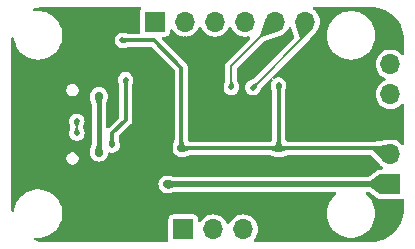
<source format=gbl>
%TF.GenerationSoftware,KiCad,Pcbnew,8.0.6*%
%TF.CreationDate,2024-11-25T12:43:08+08:00*%
%TF.ProjectId,UINIO-USB-UART-CP2102,55494e49-4f2d-4555-9342-2d554152542d,Version 5.0.0*%
%TF.SameCoordinates,PX8203930PY518daf8*%
%TF.FileFunction,Copper,L2,Bot*%
%TF.FilePolarity,Positive*%
%FSLAX46Y46*%
G04 Gerber Fmt 4.6, Leading zero omitted, Abs format (unit mm)*
G04 Created by KiCad (PCBNEW 8.0.6) date 2024-11-25 12:43:08*
%MOMM*%
%LPD*%
G01*
G04 APERTURE LIST*
%TA.AperFunction,ComponentPad*%
%ADD10O,1.900000X1.000000*%
%TD*%
%TA.AperFunction,ComponentPad*%
%ADD11O,2.100000X1.000000*%
%TD*%
%TA.AperFunction,ComponentPad*%
%ADD12O,1.700000X1.700000*%
%TD*%
%TA.AperFunction,ComponentPad*%
%ADD13R,1.700000X1.700000*%
%TD*%
%TA.AperFunction,ViaPad*%
%ADD14C,0.500000*%
%TD*%
%TA.AperFunction,ViaPad*%
%ADD15C,0.700000*%
%TD*%
%TA.AperFunction,Conductor*%
%ADD16C,0.500000*%
%TD*%
%TA.AperFunction,Conductor*%
%ADD17C,0.300000*%
%TD*%
%TA.AperFunction,Conductor*%
%ADD18C,0.400000*%
%TD*%
%TA.AperFunction,Conductor*%
%ADD19C,0.200000*%
%TD*%
G04 APERTURE END LIST*
D10*
%TO.P,USB2,16,GND*%
%TO.N,GND*%
X-1500000Y-14475000D03*
%TO.P,USB2,15,GND*%
X-1500000Y-5825000D03*
D11*
%TO.P,USB2,14,GND*%
X2700000Y-14475000D03*
%TO.P,USB2,13,GND*%
X2700000Y-5825000D03*
%TD*%
D12*
%TO.P,J2,5,Pin_5*%
%TO.N,/CP2102_TXD*%
X29128680Y-5065000D03*
%TO.P,J2,4,Pin_4*%
%TO.N,/CP2102_RXD*%
X29128680Y-7605000D03*
%TO.P,J2,3,Pin_3*%
%TO.N,GND*%
X29128680Y-10145000D03*
%TO.P,J2,2,Pin_2*%
%TO.N,/CP2102_VDD_3.3V*%
X29128680Y-12685000D03*
D13*
%TO.P,J2,1,Pin_1*%
%TO.N,/CP2102_VDD_5V*%
X29128680Y-15225000D03*
%TD*%
%TO.P,J3,1,Pin_1*%
%TO.N,/CP2102_RI*%
X9198680Y-1470000D03*
D12*
%TO.P,J3,2,Pin_2*%
%TO.N,/CP2102_DCD*%
X11738680Y-1470000D03*
%TO.P,J3,3,Pin_3*%
%TO.N,/CP2102_DTR*%
X14278680Y-1470000D03*
%TO.P,J3,4,Pin_4*%
%TO.N,/CP2102_DSR*%
X16818680Y-1470000D03*
%TO.P,J3,5,Pin_5*%
%TO.N,/CP2102_RTS*%
X19358680Y-1470000D03*
%TO.P,J3,6,Pin_6*%
%TO.N,/CP2102_CTS*%
X21898680Y-1470000D03*
%TD*%
D13*
%TO.P,J1,1,Pin_1*%
%TO.N,/CP2102_RST*%
X11580000Y-19030000D03*
D12*
%TO.P,J1,2,Pin_2*%
%TO.N,/CP2102_\u002ASUSPEND*%
X14120000Y-19030000D03*
%TO.P,J1,3,Pin_3*%
%TO.N,/CP2102_SUSPEND*%
X16660000Y-19030000D03*
%TD*%
D14*
%TO.N,GND*%
X11740000Y-2960000D03*
X28860000Y-2350000D03*
X28860000Y-18020000D03*
D15*
%TO.N,/CP2102_VDD_5V*%
X10240707Y-15240000D03*
D14*
%TO.N,GND*%
X15153680Y-10255000D03*
X5740000Y-8940000D03*
X18423680Y-3690000D03*
X15153680Y-11220000D03*
X16163680Y-9280000D03*
X18773680Y-10130000D03*
X16163680Y-10245000D03*
X14133680Y-10235000D03*
D15*
X8643680Y-8330000D03*
D14*
X26420000Y-11350000D03*
X15153680Y-9290000D03*
X16163680Y-11210000D03*
X14133680Y-11200000D03*
X14133680Y-9270000D03*
D15*
%TO.N,/CP2102_VDD_3.3V*%
X19670000Y-12180000D03*
D14*
X6430000Y-3030000D03*
D15*
X11433680Y-12180000D03*
D14*
X19660000Y-6820000D03*
D15*
%TO.N,/VBUS*%
X4450000Y-7760000D03*
X4450000Y-12550000D03*
D14*
%TO.N,/CP2102_RTS*%
X15655680Y-7020000D03*
%TO.N,/CP2102_CTS*%
X17480000Y-7030000D03*
%TO.N,/CP2102_USB_Data_P*%
X2573680Y-9900000D03*
X2573680Y-10900000D03*
%TO.N,Net-(USB2-CC2)*%
X6700000Y-6370000D03*
X5570000Y-11900000D03*
%TO.N,GND*%
X26420000Y-8910000D03*
%TD*%
D16*
%TO.N,/CP2102_VDD_5V*%
X10255707Y-15225000D02*
X29128680Y-15225000D01*
X10240707Y-15240000D02*
X10255707Y-15225000D01*
D17*
%TO.N,/CP2102_VDD_3.3V*%
X11433680Y-5353680D02*
X11433680Y-12180000D01*
X9110000Y-3030000D02*
X11433680Y-5353680D01*
X6430000Y-3030000D02*
X9110000Y-3030000D01*
X28623680Y-12180000D02*
X19670000Y-12180000D01*
X29128680Y-12685000D02*
X28623680Y-12180000D01*
X19670000Y-6830000D02*
X19660000Y-6820000D01*
X19670000Y-12180000D02*
X19670000Y-6830000D01*
X19670000Y-12180000D02*
X11433680Y-12180000D01*
%TO.N,Net-(USB2-CC2)*%
X5570000Y-10910000D02*
X5570000Y-11910000D01*
X6700000Y-9780000D02*
X5570000Y-10910000D01*
X6700000Y-6370000D02*
X6700000Y-9780000D01*
D18*
%TO.N,/VBUS*%
X4450000Y-12550000D02*
X4450000Y-7760000D01*
D19*
%TO.N,/CP2102_CTS*%
X21898680Y-2621320D02*
X21898680Y-1470000D01*
X17480000Y-7030000D02*
X17490000Y-7030000D01*
X17490000Y-7030000D02*
X21898680Y-2621320D01*
%TO.N,/CP2102_RTS*%
X15655680Y-7020000D02*
X15655680Y-5173000D01*
X15655680Y-5173000D02*
X19358680Y-1470000D01*
%TO.N,/CP2102_USB_Data_P*%
X2573680Y-9900000D02*
X2573680Y-10900000D01*
%TD*%
%TA.AperFunction,Conductor*%
%TO.N,GND*%
G36*
X7977624Y-220185D02*
G01*
X8023379Y-272989D01*
X8033323Y-342147D01*
X8021070Y-380795D01*
X7963032Y-494698D01*
X7948180Y-588475D01*
X7948181Y-2355500D01*
X7928496Y-2422539D01*
X7875693Y-2468294D01*
X7824181Y-2479500D01*
X7007467Y-2479500D01*
X6983119Y-2477086D01*
X6614684Y-2403304D01*
X6610168Y-2402740D01*
X6610184Y-2402609D01*
X6591670Y-2399879D01*
X6508986Y-2379500D01*
X6508985Y-2379500D01*
X6351015Y-2379500D01*
X6351014Y-2379500D01*
X6197634Y-2417303D01*
X6057762Y-2490715D01*
X5939516Y-2595471D01*
X5849781Y-2725475D01*
X5849780Y-2725476D01*
X5793762Y-2873181D01*
X5774722Y-3029999D01*
X5774722Y-3030000D01*
X5793762Y-3186818D01*
X5833505Y-3291610D01*
X5849780Y-3334523D01*
X5939517Y-3464530D01*
X6057760Y-3569283D01*
X6057762Y-3569284D01*
X6197634Y-3642696D01*
X6351014Y-3680500D01*
X6351015Y-3680500D01*
X6508987Y-3680500D01*
X6508987Y-3680499D01*
X6591619Y-3660131D01*
X6609877Y-3657540D01*
X6609846Y-3657274D01*
X6614680Y-3656695D01*
X6614685Y-3656695D01*
X6983116Y-3582913D01*
X7007464Y-3580500D01*
X8830613Y-3580500D01*
X8897652Y-3600185D01*
X8918294Y-3616819D01*
X10846861Y-5545386D01*
X10880346Y-5606709D01*
X10883180Y-5633067D01*
X10883180Y-11384409D01*
X10877744Y-11420720D01*
X10725713Y-11917139D01*
X10722370Y-11928660D01*
X10721999Y-11932006D01*
X10715801Y-11959257D01*
X10697366Y-12011944D01*
X10697365Y-12011946D01*
X10678431Y-12179997D01*
X10678431Y-12180002D01*
X10697365Y-12348056D01*
X10753225Y-12507694D01*
X10753227Y-12507697D01*
X10843198Y-12650884D01*
X10843203Y-12650890D01*
X10962789Y-12770476D01*
X10962795Y-12770481D01*
X11105982Y-12860452D01*
X11105985Y-12860454D01*
X11105989Y-12860455D01*
X11105990Y-12860456D01*
X11155242Y-12877690D01*
X11265623Y-12916314D01*
X11433677Y-12935249D01*
X11433680Y-12935249D01*
X11433683Y-12935249D01*
X11601732Y-12916314D01*
X11601735Y-12916313D01*
X11601739Y-12916313D01*
X11661874Y-12895269D01*
X11685516Y-12889526D01*
X11693059Y-12888462D01*
X11696501Y-12887977D01*
X12192955Y-12735935D01*
X12229266Y-12730500D01*
X18874414Y-12730500D01*
X18910724Y-12735935D01*
X19407178Y-12887977D01*
X19418653Y-12891307D01*
X19421995Y-12891678D01*
X19449261Y-12897879D01*
X19501944Y-12916314D01*
X19669997Y-12935249D01*
X19670000Y-12935249D01*
X19670003Y-12935249D01*
X19838052Y-12916314D01*
X19838055Y-12916313D01*
X19838059Y-12916313D01*
X19898194Y-12895269D01*
X19921836Y-12889526D01*
X19929379Y-12888462D01*
X19932821Y-12887977D01*
X20429275Y-12735935D01*
X20465586Y-12730500D01*
X27382384Y-12730500D01*
X27449423Y-12750185D01*
X27472004Y-12768801D01*
X28039857Y-13362661D01*
X28226342Y-13557687D01*
X28229476Y-13560927D01*
X28229621Y-13561075D01*
X28255922Y-13585686D01*
X28255934Y-13585696D01*
X28256337Y-13585943D01*
X28258573Y-13587707D01*
X28260901Y-13589482D01*
X28260871Y-13589520D01*
X28279140Y-13603935D01*
X28321803Y-13646598D01*
X28467943Y-13748926D01*
X28511567Y-13803502D01*
X28518761Y-13873000D01*
X28487238Y-13935355D01*
X28427008Y-13970769D01*
X28396820Y-13974500D01*
X28247160Y-13974500D01*
X28199886Y-13981987D01*
X28192385Y-13982823D01*
X28190128Y-13983149D01*
X28188325Y-13983556D01*
X28180457Y-13985064D01*
X28153378Y-13989352D01*
X28040040Y-14047102D01*
X27474250Y-14446483D01*
X27393213Y-14503687D01*
X27325047Y-14551804D01*
X27258926Y-14574383D01*
X27253538Y-14574500D01*
X11005111Y-14574500D01*
X10980496Y-14572032D01*
X10976530Y-14571228D01*
X10302873Y-14489077D01*
X10302870Y-14489076D01*
X10302856Y-14489075D01*
X10278917Y-14486873D01*
X10277830Y-14486805D01*
X10277534Y-14486787D01*
X10267236Y-14486857D01*
X10252526Y-14486081D01*
X10240713Y-14484751D01*
X10240703Y-14484751D01*
X10072650Y-14503685D01*
X9913012Y-14559545D01*
X9913009Y-14559547D01*
X9769822Y-14649518D01*
X9769816Y-14649523D01*
X9650230Y-14769109D01*
X9650225Y-14769115D01*
X9560254Y-14912302D01*
X9560252Y-14912305D01*
X9504392Y-15071943D01*
X9485458Y-15239997D01*
X9485458Y-15240002D01*
X9504392Y-15408056D01*
X9560252Y-15567694D01*
X9560254Y-15567697D01*
X9650225Y-15710884D01*
X9650230Y-15710890D01*
X9769816Y-15830476D01*
X9769822Y-15830481D01*
X9913009Y-15920452D01*
X9913012Y-15920454D01*
X9913016Y-15920455D01*
X9913017Y-15920456D01*
X9985620Y-15945860D01*
X10072650Y-15976314D01*
X10240704Y-15995249D01*
X10240706Y-15995249D01*
X10240706Y-15995248D01*
X10240707Y-15995249D01*
X10299007Y-15988679D01*
X10312053Y-15987904D01*
X10320282Y-15987852D01*
X10347168Y-15983415D01*
X10353407Y-15982550D01*
X10408766Y-15976313D01*
X10415163Y-15974074D01*
X10435922Y-15968772D01*
X10750479Y-15916874D01*
X10991231Y-15877154D01*
X11011416Y-15875500D01*
X24434559Y-15875500D01*
X24501598Y-15895185D01*
X24547353Y-15947989D01*
X24557297Y-16017147D01*
X24528272Y-16080703D01*
X24512814Y-16095688D01*
X24387154Y-16197919D01*
X24195692Y-16402925D01*
X24195692Y-16402926D01*
X24195689Y-16402928D01*
X24195688Y-16402931D01*
X24156789Y-16458038D01*
X24033919Y-16632103D01*
X23904863Y-16881171D01*
X23810926Y-17145483D01*
X23810921Y-17145500D01*
X23753852Y-17420135D01*
X23753851Y-17420137D01*
X23734709Y-17700000D01*
X23753851Y-17979862D01*
X23753852Y-17979864D01*
X23810921Y-18254499D01*
X23810926Y-18254516D01*
X23901094Y-18508222D01*
X23904864Y-18518830D01*
X24033919Y-18767896D01*
X24195688Y-18997069D01*
X24195692Y-18997073D01*
X24195692Y-18997074D01*
X24387154Y-19202080D01*
X24387155Y-19202081D01*
X24604754Y-19379111D01*
X24604756Y-19379112D01*
X24604757Y-19379113D01*
X24844433Y-19524863D01*
X25053257Y-19615567D01*
X25101725Y-19636620D01*
X25371839Y-19712303D01*
X25616159Y-19745884D01*
X25649741Y-19750500D01*
X25649742Y-19750500D01*
X25930259Y-19750500D01*
X25960219Y-19746381D01*
X26208161Y-19712303D01*
X26478275Y-19636620D01*
X26735568Y-19524862D01*
X26975246Y-19379111D01*
X27192845Y-19202081D01*
X27384312Y-18997069D01*
X27546081Y-18767896D01*
X27675136Y-18518830D01*
X27769075Y-18254511D01*
X27769076Y-18254504D01*
X27769078Y-18254499D01*
X27821021Y-18004534D01*
X27826148Y-17979862D01*
X27845291Y-17700000D01*
X27826316Y-17422591D01*
X27826148Y-17420137D01*
X27826147Y-17420135D01*
X27769078Y-17145500D01*
X27769073Y-17145483D01*
X27675136Y-16881171D01*
X27675136Y-16881170D01*
X27546081Y-16632104D01*
X27384312Y-16402931D01*
X27384307Y-16402925D01*
X27192845Y-16197919D01*
X27067186Y-16095688D01*
X27027606Y-16038111D01*
X27025437Y-15968275D01*
X27061368Y-15908353D01*
X27123993Y-15877369D01*
X27145441Y-15875500D01*
X27253541Y-15875500D01*
X27320580Y-15895185D01*
X27325041Y-15898190D01*
X27967785Y-16351892D01*
X28033140Y-16398025D01*
X28033183Y-16398056D01*
X28034983Y-16399327D01*
X28034994Y-16399335D01*
X28036809Y-16400616D01*
X28040045Y-16402900D01*
X28040336Y-16403048D01*
X28040338Y-16403050D01*
X28153376Y-16460646D01*
X28171741Y-16463554D01*
X28177724Y-16464858D01*
X28182477Y-16465700D01*
X28182482Y-16465702D01*
X28183291Y-16465766D01*
X28192890Y-16466904D01*
X28247161Y-16475500D01*
X28301135Y-16475499D01*
X28308883Y-16475806D01*
X28316745Y-16475499D01*
X30010197Y-16475499D01*
X30010198Y-16475499D01*
X30103984Y-16460646D01*
X30103991Y-16460642D01*
X30105853Y-16460038D01*
X30108254Y-16459969D01*
X30113623Y-16459119D01*
X30113732Y-16459812D01*
X30175694Y-16458038D01*
X30235530Y-16494114D01*
X30266362Y-16556812D01*
X30268180Y-16577966D01*
X30268180Y-17296519D01*
X30267985Y-17303472D01*
X30250967Y-17606493D01*
X30249410Y-17620311D01*
X30199157Y-17916079D01*
X30196063Y-17929636D01*
X30113007Y-18217927D01*
X30108414Y-18231051D01*
X29993607Y-18508222D01*
X29987574Y-18520751D01*
X29842452Y-18783328D01*
X29835054Y-18795102D01*
X29661443Y-19039785D01*
X29652772Y-19050657D01*
X29452864Y-19274352D01*
X29443032Y-19284184D01*
X29219337Y-19484092D01*
X29208465Y-19492763D01*
X28963782Y-19666374D01*
X28952008Y-19673772D01*
X28689431Y-19818894D01*
X28676902Y-19824927D01*
X28399731Y-19939734D01*
X28386607Y-19944327D01*
X28098316Y-20027383D01*
X28084759Y-20030477D01*
X27788991Y-20080730D01*
X27775173Y-20082287D01*
X27472152Y-20099305D01*
X27465199Y-20099500D01*
X17658337Y-20099500D01*
X17591298Y-20079815D01*
X17545543Y-20027011D01*
X17535599Y-19957853D01*
X17564624Y-19894297D01*
X17570656Y-19887819D01*
X17580150Y-19878325D01*
X17621598Y-19836877D01*
X17747102Y-19657639D01*
X17839575Y-19459330D01*
X17896207Y-19247977D01*
X17913920Y-19045509D01*
X17915277Y-19030002D01*
X17915277Y-19029997D01*
X17911569Y-18987618D01*
X17896207Y-18812023D01*
X17839575Y-18600670D01*
X17747102Y-18402362D01*
X17747100Y-18402359D01*
X17747099Y-18402357D01*
X17621599Y-18223124D01*
X17546950Y-18148475D01*
X17466877Y-18068402D01*
X17287639Y-17942898D01*
X17287640Y-17942898D01*
X17287638Y-17942897D01*
X17188484Y-17896661D01*
X17089330Y-17850425D01*
X17089326Y-17850424D01*
X17089322Y-17850422D01*
X16877977Y-17793793D01*
X16660002Y-17774723D01*
X16659998Y-17774723D01*
X16514682Y-17787436D01*
X16442023Y-17793793D01*
X16442020Y-17793793D01*
X16230677Y-17850422D01*
X16230670Y-17850424D01*
X16230670Y-17850425D01*
X16227391Y-17851954D01*
X16032361Y-17942898D01*
X16032357Y-17942900D01*
X15853121Y-18068402D01*
X15698402Y-18223121D01*
X15572900Y-18402357D01*
X15572898Y-18402361D01*
X15502382Y-18553583D01*
X15456209Y-18606022D01*
X15389016Y-18625174D01*
X15322135Y-18604958D01*
X15277618Y-18553583D01*
X15228631Y-18448531D01*
X15207102Y-18402362D01*
X15207100Y-18402359D01*
X15207099Y-18402357D01*
X15081599Y-18223124D01*
X15006950Y-18148475D01*
X14926877Y-18068402D01*
X14747639Y-17942898D01*
X14747640Y-17942898D01*
X14747638Y-17942897D01*
X14648484Y-17896661D01*
X14549330Y-17850425D01*
X14549326Y-17850424D01*
X14549322Y-17850422D01*
X14337977Y-17793793D01*
X14120002Y-17774723D01*
X14119998Y-17774723D01*
X13974682Y-17787436D01*
X13902023Y-17793793D01*
X13902020Y-17793793D01*
X13690677Y-17850422D01*
X13690670Y-17850424D01*
X13690670Y-17850425D01*
X13687391Y-17851954D01*
X13492361Y-17942898D01*
X13492357Y-17942900D01*
X13313121Y-18068402D01*
X13158402Y-18223121D01*
X13056074Y-18369262D01*
X13001497Y-18412887D01*
X12931999Y-18420081D01*
X12869644Y-18388558D01*
X12834230Y-18328328D01*
X12830499Y-18298139D01*
X12830499Y-18148482D01*
X12827491Y-18129487D01*
X12815646Y-18054696D01*
X12758050Y-17941658D01*
X12758046Y-17941654D01*
X12758045Y-17941652D01*
X12668347Y-17851954D01*
X12668344Y-17851952D01*
X12668342Y-17851950D01*
X12571001Y-17802352D01*
X12555301Y-17794352D01*
X12461524Y-17779500D01*
X10698482Y-17779500D01*
X10617519Y-17792323D01*
X10604696Y-17794354D01*
X10491658Y-17851950D01*
X10491657Y-17851951D01*
X10491652Y-17851954D01*
X10401954Y-17941652D01*
X10401951Y-17941657D01*
X10401950Y-17941658D01*
X10382751Y-17979337D01*
X10344352Y-18054698D01*
X10329500Y-18148475D01*
X10329500Y-19911518D01*
X10336562Y-19956104D01*
X10327606Y-20025397D01*
X10282609Y-20078848D01*
X10215857Y-20099487D01*
X10214088Y-20099500D01*
X-187839Y-20099500D01*
X-194792Y-20099305D01*
X-497814Y-20082287D01*
X-511632Y-20080730D01*
X-807400Y-20030477D01*
X-820956Y-20027383D01*
X-988183Y-19979206D01*
X-1047153Y-19941732D01*
X-1076502Y-19878325D01*
X-1066912Y-19809117D01*
X-1021427Y-19756080D01*
X-954489Y-19736054D01*
X-936971Y-19737207D01*
X-840259Y-19750500D01*
X-840258Y-19750500D01*
X-559741Y-19750500D01*
X-529781Y-19746381D01*
X-281839Y-19712303D01*
X-11725Y-19636620D01*
X245568Y-19524862D01*
X485246Y-19379111D01*
X702845Y-19202081D01*
X894312Y-18997069D01*
X1056081Y-18767896D01*
X1185136Y-18518830D01*
X1279075Y-18254511D01*
X1279076Y-18254504D01*
X1279078Y-18254499D01*
X1331021Y-18004534D01*
X1336148Y-17979862D01*
X1355291Y-17700000D01*
X1336316Y-17422591D01*
X1336148Y-17420137D01*
X1336147Y-17420135D01*
X1279078Y-17145500D01*
X1279073Y-17145483D01*
X1185136Y-16881171D01*
X1185136Y-16881170D01*
X1056081Y-16632104D01*
X894312Y-16402931D01*
X894307Y-16402925D01*
X702845Y-16197919D01*
X558767Y-16080703D01*
X485246Y-16020889D01*
X485244Y-16020888D01*
X485242Y-16020886D01*
X245566Y-15875136D01*
X-11724Y-15763380D01*
X-281834Y-15687698D01*
X-281838Y-15687697D01*
X-281839Y-15687697D01*
X-420791Y-15668598D01*
X-559741Y-15649500D01*
X-559742Y-15649500D01*
X-840258Y-15649500D01*
X-840259Y-15649500D01*
X-1118161Y-15687697D01*
X-1118167Y-15687698D01*
X-1388277Y-15763380D01*
X-1645567Y-15875136D01*
X-1885243Y-16020886D01*
X-2102846Y-16197919D01*
X-2294308Y-16402925D01*
X-2294308Y-16402926D01*
X-2294311Y-16402928D01*
X-2294312Y-16402931D01*
X-2333211Y-16458038D01*
X-2456081Y-16632103D01*
X-2585137Y-16881171D01*
X-2679074Y-17145483D01*
X-2679079Y-17145500D01*
X-2736148Y-17420135D01*
X-2736150Y-17420145D01*
X-2736421Y-17424114D01*
X-2760641Y-17489651D01*
X-2816449Y-17531690D01*
X-2886125Y-17536884D01*
X-2947549Y-17503583D01*
X-2981218Y-17442360D01*
X-2983935Y-17422599D01*
X-2990625Y-17303471D01*
X-2990820Y-17296519D01*
X-2990820Y-12970817D01*
X1674500Y-12970817D01*
X1674500Y-13109183D01*
X1706995Y-13230454D01*
X1710312Y-13242835D01*
X1710313Y-13242838D01*
X1779492Y-13362661D01*
X1779494Y-13362664D01*
X1779495Y-13362665D01*
X1877335Y-13460505D01*
X1997164Y-13529688D01*
X2130817Y-13565500D01*
X2130819Y-13565500D01*
X2269181Y-13565500D01*
X2269183Y-13565500D01*
X2402836Y-13529688D01*
X2522665Y-13460505D01*
X2620505Y-13362665D01*
X2689688Y-13242836D01*
X2725500Y-13109183D01*
X2725500Y-12970817D01*
X2689688Y-12837164D01*
X2620923Y-12718059D01*
X2620507Y-12717338D01*
X2620503Y-12717333D01*
X2522666Y-12619496D01*
X2522661Y-12619492D01*
X2402838Y-12550313D01*
X2402837Y-12550312D01*
X2402836Y-12550312D01*
X2269183Y-12514500D01*
X2130817Y-12514500D01*
X1997164Y-12550312D01*
X1997161Y-12550313D01*
X1877338Y-12619492D01*
X1877333Y-12619496D01*
X1779496Y-12717333D01*
X1779492Y-12717338D01*
X1710313Y-12837161D01*
X1710312Y-12837164D01*
X1674500Y-12970817D01*
X-2990820Y-12970817D01*
X-2990820Y-9899999D01*
X1918402Y-9899999D01*
X1918402Y-9900000D01*
X1937442Y-10056814D01*
X1937443Y-10056819D01*
X1951969Y-10095122D01*
X1958516Y-10119801D01*
X1960258Y-10130864D01*
X2035058Y-10361788D01*
X2036990Y-10431631D01*
X2035058Y-10438210D01*
X1960256Y-10669140D01*
X1955901Y-10683485D01*
X1955775Y-10684545D01*
X1955116Y-10687227D01*
X1954782Y-10688819D01*
X1954728Y-10688807D01*
X1948596Y-10713774D01*
X1937443Y-10743179D01*
X1937442Y-10743185D01*
X1918402Y-10899999D01*
X1918402Y-10900000D01*
X1937442Y-11056818D01*
X1987720Y-11189387D01*
X1993460Y-11204523D01*
X2083197Y-11334530D01*
X2201440Y-11439283D01*
X2201442Y-11439284D01*
X2341314Y-11512696D01*
X2494694Y-11550500D01*
X2494695Y-11550500D01*
X2652665Y-11550500D01*
X2806045Y-11512696D01*
X2819897Y-11505426D01*
X2945920Y-11439283D01*
X3064163Y-11334530D01*
X3153900Y-11204523D01*
X3209917Y-11056818D01*
X3228958Y-10900000D01*
X3209917Y-10743182D01*
X3209916Y-10743179D01*
X3209915Y-10743174D01*
X3195389Y-10704874D01*
X3188840Y-10680193D01*
X3187099Y-10669130D01*
X3112298Y-10438208D01*
X3110367Y-10368367D01*
X3112300Y-10361787D01*
X3187086Y-10130910D01*
X3187090Y-10130896D01*
X3187099Y-10130869D01*
X3191457Y-10116513D01*
X3191582Y-10115466D01*
X3192229Y-10112831D01*
X3192575Y-10111185D01*
X3192630Y-10111196D01*
X3198760Y-10086233D01*
X3209917Y-10056818D01*
X3209918Y-10056814D01*
X3228958Y-9900000D01*
X3228958Y-9899999D01*
X3209917Y-9743181D01*
X3188672Y-9687164D01*
X3153900Y-9595477D01*
X3064163Y-9465470D01*
X2945920Y-9360717D01*
X2945918Y-9360716D01*
X2945917Y-9360715D01*
X2806045Y-9287303D01*
X2652666Y-9249500D01*
X2652665Y-9249500D01*
X2494695Y-9249500D01*
X2494694Y-9249500D01*
X2341314Y-9287303D01*
X2201442Y-9360715D01*
X2083196Y-9465471D01*
X1993461Y-9595475D01*
X1993460Y-9595476D01*
X1937442Y-9743181D01*
X1918402Y-9899999D01*
X-2990820Y-9899999D01*
X-2990820Y-7190817D01*
X1674500Y-7190817D01*
X1674500Y-7329183D01*
X1708087Y-7454530D01*
X1710312Y-7462835D01*
X1710313Y-7462838D01*
X1779492Y-7582661D01*
X1779494Y-7582664D01*
X1779495Y-7582665D01*
X1877335Y-7680505D01*
X1997164Y-7749688D01*
X2130817Y-7785500D01*
X2130819Y-7785500D01*
X2269181Y-7785500D01*
X2269183Y-7785500D01*
X2364362Y-7759997D01*
X3694751Y-7759997D01*
X3694751Y-7760002D01*
X3713686Y-7928059D01*
X3713686Y-7928061D01*
X3726612Y-7964999D01*
X3731443Y-7985060D01*
X3731480Y-7985052D01*
X3731848Y-7986744D01*
X3732425Y-7989137D01*
X3732517Y-7989812D01*
X3846656Y-8513563D01*
X3849500Y-8539966D01*
X3849500Y-11770031D01*
X3846656Y-11796434D01*
X3732518Y-12320184D01*
X3732369Y-12321253D01*
X3731546Y-12324645D01*
X3731520Y-12324767D01*
X3731517Y-12324766D01*
X3726610Y-12345006D01*
X3713687Y-12381941D01*
X3713685Y-12381946D01*
X3694751Y-12549997D01*
X3694751Y-12550002D01*
X3713685Y-12718056D01*
X3769545Y-12877694D01*
X3769547Y-12877697D01*
X3859518Y-13020884D01*
X3859523Y-13020890D01*
X3979109Y-13140476D01*
X3979115Y-13140481D01*
X4122302Y-13230452D01*
X4122305Y-13230454D01*
X4122309Y-13230455D01*
X4122310Y-13230456D01*
X4157696Y-13242838D01*
X4281943Y-13286314D01*
X4449997Y-13305249D01*
X4450000Y-13305249D01*
X4450003Y-13305249D01*
X4618056Y-13286314D01*
X4618059Y-13286313D01*
X4777690Y-13230456D01*
X4777692Y-13230454D01*
X4777694Y-13230454D01*
X4777697Y-13230452D01*
X4920884Y-13140481D01*
X4920885Y-13140480D01*
X4920890Y-13140477D01*
X5040477Y-13020890D01*
X5106187Y-12916314D01*
X5130452Y-12877697D01*
X5130454Y-12877694D01*
X5130454Y-12877692D01*
X5130456Y-12877690D01*
X5186313Y-12718059D01*
X5186313Y-12718057D01*
X5186314Y-12718055D01*
X5197107Y-12622259D01*
X5224173Y-12557844D01*
X5281767Y-12518289D01*
X5350001Y-12515744D01*
X5491015Y-12550500D01*
X5648985Y-12550500D01*
X5802365Y-12512696D01*
X5811903Y-12507690D01*
X5942240Y-12439283D01*
X6060483Y-12334530D01*
X6150220Y-12204523D01*
X6206237Y-12056818D01*
X6225278Y-11900000D01*
X6219252Y-11850375D01*
X6206237Y-11743182D01*
X6201476Y-11730628D01*
X6195832Y-11711007D01*
X6178909Y-11626502D01*
X6122914Y-11346882D01*
X6120500Y-11322534D01*
X6120500Y-11189387D01*
X6140185Y-11122348D01*
X6156819Y-11101706D01*
X6596730Y-10661795D01*
X7140510Y-10118015D01*
X7212984Y-9992485D01*
X7220405Y-9964788D01*
X7250500Y-9852475D01*
X7250500Y-6947464D01*
X7252914Y-6923116D01*
X7256376Y-6905830D01*
X7325835Y-6558978D01*
X7331472Y-6539379D01*
X7336237Y-6526818D01*
X7355278Y-6370000D01*
X7355132Y-6368793D01*
X7336237Y-6213181D01*
X7286068Y-6080897D01*
X7280220Y-6065477D01*
X7190483Y-5935470D01*
X7072240Y-5830717D01*
X7072238Y-5830716D01*
X7072237Y-5830715D01*
X6932365Y-5757303D01*
X6778986Y-5719500D01*
X6778985Y-5719500D01*
X6621015Y-5719500D01*
X6621014Y-5719500D01*
X6467634Y-5757303D01*
X6327762Y-5830715D01*
X6209516Y-5935471D01*
X6119781Y-6065475D01*
X6119780Y-6065476D01*
X6063762Y-6213181D01*
X6044722Y-6369999D01*
X6044722Y-6370000D01*
X6063763Y-6526818D01*
X6068519Y-6539361D01*
X6068523Y-6539370D01*
X6074166Y-6558990D01*
X6107507Y-6725477D01*
X6147085Y-6923116D01*
X6147086Y-6923118D01*
X6149500Y-6947467D01*
X6149500Y-9500613D01*
X6129815Y-9567652D01*
X6113181Y-9588294D01*
X5262181Y-10439294D01*
X5200858Y-10472779D01*
X5131166Y-10467795D01*
X5075233Y-10425923D01*
X5050816Y-10360459D01*
X5050500Y-10351613D01*
X5050500Y-8539970D01*
X5053343Y-8513567D01*
X5053344Y-8513563D01*
X5167481Y-7989811D01*
X5167481Y-7989800D01*
X5167625Y-7988780D01*
X5168421Y-7985492D01*
X5168479Y-7985229D01*
X5168485Y-7985230D01*
X5173387Y-7964996D01*
X5186313Y-7928059D01*
X5198154Y-7822975D01*
X5205249Y-7760002D01*
X5205249Y-7759997D01*
X5186314Y-7591943D01*
X5141730Y-7464529D01*
X5130456Y-7432310D01*
X5130455Y-7432309D01*
X5130454Y-7432305D01*
X5130452Y-7432302D01*
X5040481Y-7289115D01*
X5040476Y-7289109D01*
X4920890Y-7169523D01*
X4920884Y-7169518D01*
X4777697Y-7079547D01*
X4777694Y-7079545D01*
X4618056Y-7023685D01*
X4450003Y-7004751D01*
X4449997Y-7004751D01*
X4281943Y-7023685D01*
X4122305Y-7079545D01*
X4122302Y-7079547D01*
X3979115Y-7169518D01*
X3979109Y-7169523D01*
X3859523Y-7289109D01*
X3859518Y-7289115D01*
X3769547Y-7432302D01*
X3769545Y-7432305D01*
X3713685Y-7591943D01*
X3694751Y-7759997D01*
X2364362Y-7759997D01*
X2402836Y-7749688D01*
X2522665Y-7680505D01*
X2620505Y-7582665D01*
X2689688Y-7462836D01*
X2725500Y-7329183D01*
X2725500Y-7190817D01*
X2689688Y-7057164D01*
X2644425Y-6978765D01*
X2620507Y-6937338D01*
X2620503Y-6937333D01*
X2522666Y-6839496D01*
X2522661Y-6839492D01*
X2402838Y-6770313D01*
X2402837Y-6770312D01*
X2402836Y-6770312D01*
X2269183Y-6734500D01*
X2130817Y-6734500D01*
X1997164Y-6770312D01*
X1997161Y-6770313D01*
X1877338Y-6839492D01*
X1877333Y-6839496D01*
X1779496Y-6937333D01*
X1779492Y-6937338D01*
X1710313Y-7057161D01*
X1710312Y-7057164D01*
X1674500Y-7190817D01*
X-2990820Y-7190817D01*
X-2990820Y-3003480D01*
X-2990625Y-2996528D01*
X-2986812Y-2928633D01*
X-2984244Y-2882897D01*
X-2960832Y-2817068D01*
X-2905545Y-2774346D01*
X-2835938Y-2768296D01*
X-2774110Y-2800838D01*
X-2739690Y-2861642D01*
X-2736728Y-2881385D01*
X-2736148Y-2889864D01*
X-2679079Y-3164499D01*
X-2679074Y-3164516D01*
X-2607288Y-3366501D01*
X-2585136Y-3428830D01*
X-2456081Y-3677896D01*
X-2294312Y-3907069D01*
X-2294308Y-3907073D01*
X-2294308Y-3907074D01*
X-2110951Y-4103402D01*
X-2102845Y-4112081D01*
X-1885246Y-4289111D01*
X-1885244Y-4289112D01*
X-1885243Y-4289113D01*
X-1645567Y-4434863D01*
X-1436743Y-4525567D01*
X-1388275Y-4546620D01*
X-1118161Y-4622303D01*
X-873841Y-4655884D01*
X-840259Y-4660500D01*
X-840258Y-4660500D01*
X-559741Y-4660500D01*
X-529781Y-4656381D01*
X-281839Y-4622303D01*
X-11725Y-4546620D01*
X197100Y-4455914D01*
X245566Y-4434863D01*
X245568Y-4434862D01*
X485246Y-4289111D01*
X702845Y-4112081D01*
X894312Y-3907069D01*
X1056081Y-3677896D01*
X1185136Y-3428830D01*
X1279075Y-3164511D01*
X1279076Y-3164504D01*
X1279078Y-3164499D01*
X1313982Y-2996528D01*
X1336148Y-2889862D01*
X1355291Y-2610000D01*
X1336515Y-2335502D01*
X1336148Y-2330137D01*
X1336147Y-2330135D01*
X1332477Y-2312475D01*
X1303813Y-2174532D01*
X1279078Y-2055500D01*
X1279073Y-2055483D01*
X1226139Y-1906542D01*
X1185136Y-1791170D01*
X1056081Y-1542104D01*
X894312Y-1312931D01*
X894307Y-1312925D01*
X702845Y-1107919D01*
X626763Y-1046022D01*
X485246Y-930889D01*
X485244Y-930888D01*
X485242Y-930886D01*
X245566Y-785136D01*
X-11724Y-673380D01*
X-281834Y-597698D01*
X-281838Y-597697D01*
X-281839Y-597697D01*
X-472123Y-571543D01*
X-559741Y-559500D01*
X-559742Y-559500D01*
X-840258Y-559500D01*
X-840260Y-559500D01*
X-1003352Y-581916D01*
X-1072447Y-571543D01*
X-1124966Y-525461D01*
X-1144234Y-458301D01*
X-1124133Y-391385D01*
X-1071046Y-345959D01*
X-1054576Y-339921D01*
X-820951Y-272614D01*
X-807405Y-269523D01*
X-511620Y-219267D01*
X-497826Y-217713D01*
X-194792Y-200695D01*
X-187839Y-200500D01*
X-151438Y-200500D01*
X7910585Y-200500D01*
X7977624Y-220185D01*
G37*
%TD.AperFunction*%
%TA.AperFunction,Conductor*%
G36*
X27472152Y-200695D02*
G01*
X27775183Y-217713D01*
X27788981Y-219267D01*
X28084760Y-269522D01*
X28098314Y-272615D01*
X28160132Y-290425D01*
X28386607Y-355672D01*
X28399731Y-360265D01*
X28676902Y-475072D01*
X28689424Y-481101D01*
X28831275Y-559500D01*
X28952008Y-626227D01*
X28963782Y-633625D01*
X29208469Y-807239D01*
X29219333Y-815904D01*
X29248939Y-842361D01*
X29443032Y-1015815D01*
X29452864Y-1025647D01*
X29652772Y-1249342D01*
X29661443Y-1260214D01*
X29835054Y-1504897D01*
X29842452Y-1516671D01*
X29987574Y-1779248D01*
X29993607Y-1791777D01*
X30108414Y-2068948D01*
X30113007Y-2082072D01*
X30196063Y-2370363D01*
X30199157Y-2383920D01*
X30249410Y-2679688D01*
X30250967Y-2693506D01*
X30267985Y-2996527D01*
X30268180Y-3003480D01*
X30268180Y-4136662D01*
X30248495Y-4203701D01*
X30195691Y-4249456D01*
X30126533Y-4259400D01*
X30062977Y-4230375D01*
X30056499Y-4224344D01*
X30035856Y-4203701D01*
X29935557Y-4103402D01*
X29756319Y-3977898D01*
X29756320Y-3977898D01*
X29756318Y-3977897D01*
X29657164Y-3931661D01*
X29558010Y-3885425D01*
X29558006Y-3885424D01*
X29558002Y-3885422D01*
X29346657Y-3828793D01*
X29128682Y-3809723D01*
X29128678Y-3809723D01*
X28983362Y-3822436D01*
X28910703Y-3828793D01*
X28910700Y-3828793D01*
X28699357Y-3885422D01*
X28699348Y-3885426D01*
X28501041Y-3977898D01*
X28501037Y-3977900D01*
X28321801Y-4103402D01*
X28167082Y-4258121D01*
X28041580Y-4437357D01*
X28041578Y-4437361D01*
X27949106Y-4635668D01*
X27949102Y-4635677D01*
X27892473Y-4847020D01*
X27892473Y-4847024D01*
X27873403Y-5064997D01*
X27873403Y-5064999D01*
X27892473Y-5282975D01*
X27892473Y-5282979D01*
X27949102Y-5494322D01*
X27949104Y-5494326D01*
X27949105Y-5494330D01*
X27972913Y-5545386D01*
X28041577Y-5692638D01*
X28041578Y-5692639D01*
X28167082Y-5871877D01*
X28321803Y-6026598D01*
X28484082Y-6140227D01*
X28501041Y-6152102D01*
X28652263Y-6222618D01*
X28704702Y-6268790D01*
X28723854Y-6335984D01*
X28703638Y-6402865D01*
X28652263Y-6447382D01*
X28501041Y-6517898D01*
X28501037Y-6517900D01*
X28321801Y-6643402D01*
X28167082Y-6798121D01*
X28041580Y-6977357D01*
X28041578Y-6977361D01*
X27949106Y-7175668D01*
X27949102Y-7175677D01*
X27892473Y-7387020D01*
X27892473Y-7387023D01*
X27888512Y-7432302D01*
X27873403Y-7604997D01*
X27873403Y-7605002D01*
X27892473Y-7822975D01*
X27892473Y-7822979D01*
X27949102Y-8034322D01*
X27949104Y-8034326D01*
X27949105Y-8034330D01*
X27989180Y-8120271D01*
X28041577Y-8232638D01*
X28041578Y-8232639D01*
X28167082Y-8411877D01*
X28321803Y-8566598D01*
X28501041Y-8692102D01*
X28699350Y-8784575D01*
X28910703Y-8841207D01*
X29093606Y-8857208D01*
X29128678Y-8860277D01*
X29128680Y-8860277D01*
X29128682Y-8860277D01*
X29156934Y-8857805D01*
X29346657Y-8841207D01*
X29558010Y-8784575D01*
X29756319Y-8692102D01*
X29935557Y-8566598D01*
X30056499Y-8445656D01*
X30117822Y-8412171D01*
X30187514Y-8417155D01*
X30243447Y-8459027D01*
X30267864Y-8524491D01*
X30268180Y-8533337D01*
X30268180Y-11756662D01*
X30248495Y-11823701D01*
X30195691Y-11869456D01*
X30126533Y-11879400D01*
X30062977Y-11850375D01*
X30056499Y-11844344D01*
X30008589Y-11796434D01*
X29935557Y-11723402D01*
X29756319Y-11597898D01*
X29756320Y-11597898D01*
X29756318Y-11597897D01*
X29575157Y-11513421D01*
X29558010Y-11505425D01*
X29558006Y-11505424D01*
X29558002Y-11505422D01*
X29346657Y-11448793D01*
X29128682Y-11429723D01*
X29128674Y-11429723D01*
X29078584Y-11434104D01*
X29064205Y-11434524D01*
X29063764Y-11434511D01*
X29063747Y-11434512D01*
X29063746Y-11434512D01*
X29063745Y-11434512D01*
X29055388Y-11435587D01*
X29044600Y-11436975D01*
X29039589Y-11437516D01*
X28910702Y-11448793D01*
X28910698Y-11448794D01*
X28879839Y-11457061D01*
X28863580Y-11460271D01*
X27571918Y-11626502D01*
X27568694Y-11626940D01*
X27566035Y-11627303D01*
X27566034Y-11627303D01*
X27560984Y-11627991D01*
X27560916Y-11627494D01*
X27542556Y-11629500D01*
X20465589Y-11629500D01*
X20429278Y-11624064D01*
X20336578Y-11595674D01*
X20278241Y-11557221D01*
X20254324Y-11513419D01*
X20251876Y-11505426D01*
X20231621Y-11439284D01*
X20225935Y-11420717D01*
X20220500Y-11384408D01*
X20220500Y-7393136D01*
X20222475Y-7371090D01*
X20289413Y-7000685D01*
X20295498Y-6978765D01*
X20296031Y-6977362D01*
X20296237Y-6976818D01*
X20300942Y-6938060D01*
X20302011Y-6930978D01*
X20306556Y-6905833D01*
X20311327Y-6870737D01*
X20311513Y-6868708D01*
X20311614Y-6856658D01*
X20312514Y-6842759D01*
X20315278Y-6820000D01*
X20296237Y-6663182D01*
X20240220Y-6515477D01*
X20150483Y-6385470D01*
X20032240Y-6280717D01*
X20032238Y-6280716D01*
X20032237Y-6280715D01*
X19892365Y-6207303D01*
X19738986Y-6169500D01*
X19738985Y-6169500D01*
X19581015Y-6169500D01*
X19581014Y-6169500D01*
X19427634Y-6207303D01*
X19292222Y-6278374D01*
X19223714Y-6292100D01*
X19158660Y-6266607D01*
X19117716Y-6209992D01*
X19113880Y-6140227D01*
X19146913Y-6080899D01*
X21856486Y-3371326D01*
X21866643Y-3362231D01*
X21889549Y-3343885D01*
X21889558Y-3343878D01*
X21944548Y-3283457D01*
X21948551Y-3279261D01*
X22299180Y-2928634D01*
X22347473Y-2844985D01*
X22363152Y-2823526D01*
X22557493Y-2610000D01*
X23734709Y-2610000D01*
X23753851Y-2889862D01*
X23753852Y-2889864D01*
X23810921Y-3164499D01*
X23810926Y-3164516D01*
X23882712Y-3366501D01*
X23904864Y-3428830D01*
X24033919Y-3677896D01*
X24195688Y-3907069D01*
X24195692Y-3907073D01*
X24195692Y-3907074D01*
X24379049Y-4103402D01*
X24387155Y-4112081D01*
X24604754Y-4289111D01*
X24604756Y-4289112D01*
X24604757Y-4289113D01*
X24844433Y-4434863D01*
X25053257Y-4525567D01*
X25101725Y-4546620D01*
X25371839Y-4622303D01*
X25616159Y-4655884D01*
X25649741Y-4660500D01*
X25649742Y-4660500D01*
X25930259Y-4660500D01*
X25960219Y-4656381D01*
X26208161Y-4622303D01*
X26478275Y-4546620D01*
X26687100Y-4455914D01*
X26735566Y-4434863D01*
X26735568Y-4434862D01*
X26975246Y-4289111D01*
X27192845Y-4112081D01*
X27384312Y-3907069D01*
X27546081Y-3677896D01*
X27675136Y-3428830D01*
X27769075Y-3164511D01*
X27769076Y-3164504D01*
X27769078Y-3164499D01*
X27803982Y-2996528D01*
X27826148Y-2889862D01*
X27845291Y-2610000D01*
X27826515Y-2335502D01*
X27826148Y-2330137D01*
X27826147Y-2330135D01*
X27822477Y-2312475D01*
X27793813Y-2174532D01*
X27769078Y-2055500D01*
X27769073Y-2055483D01*
X27716139Y-1906542D01*
X27675136Y-1791170D01*
X27546081Y-1542104D01*
X27384312Y-1312931D01*
X27384307Y-1312925D01*
X27192845Y-1107919D01*
X27116763Y-1046022D01*
X26975246Y-930889D01*
X26975244Y-930888D01*
X26975242Y-930886D01*
X26735566Y-785136D01*
X26478276Y-673380D01*
X26208166Y-597698D01*
X26208162Y-597697D01*
X26208161Y-597697D01*
X26017877Y-571543D01*
X25930259Y-559500D01*
X25930258Y-559500D01*
X25649742Y-559500D01*
X25649741Y-559500D01*
X25371839Y-597697D01*
X25371833Y-597698D01*
X25101723Y-673380D01*
X24844433Y-785136D01*
X24604757Y-930886D01*
X24387154Y-1107919D01*
X24195692Y-1312925D01*
X24195692Y-1312926D01*
X24195689Y-1312928D01*
X24195688Y-1312931D01*
X24146755Y-1382253D01*
X24033919Y-1542103D01*
X23904863Y-1791171D01*
X23810926Y-2055483D01*
X23810921Y-2055500D01*
X23753852Y-2330135D01*
X23753851Y-2330137D01*
X23734709Y-2610000D01*
X22557493Y-2610000D01*
X22792104Y-2352228D01*
X22806515Y-2335502D01*
X22806517Y-2335497D01*
X22806519Y-2335496D01*
X22809837Y-2330840D01*
X22810291Y-2331163D01*
X22824679Y-2312475D01*
X22840139Y-2297016D01*
X22860278Y-2276877D01*
X22985782Y-2097639D01*
X23078255Y-1899330D01*
X23134887Y-1687977D01*
X23153957Y-1470000D01*
X23134887Y-1252023D01*
X23084248Y-1063037D01*
X23078257Y-1040677D01*
X23078256Y-1040676D01*
X23078255Y-1040670D01*
X22985782Y-842362D01*
X22985780Y-842359D01*
X22985779Y-842357D01*
X22860279Y-663124D01*
X22785630Y-588475D01*
X22705557Y-508402D01*
X22587979Y-426073D01*
X22544356Y-371498D01*
X22537164Y-301999D01*
X22568686Y-239645D01*
X22628916Y-204231D01*
X22659105Y-200500D01*
X27428798Y-200500D01*
X27465199Y-200500D01*
X27472152Y-200695D01*
G37*
%TD.AperFunction*%
%TA.AperFunction,Conductor*%
G36*
X15616545Y-1895041D02*
G01*
X15661061Y-1946414D01*
X15731578Y-2097639D01*
X15857082Y-2276877D01*
X16011803Y-2431598D01*
X16191041Y-2557102D01*
X16389350Y-2649575D01*
X16389356Y-2649576D01*
X16389357Y-2649577D01*
X16420044Y-2657799D01*
X16600703Y-2706207D01*
X16783606Y-2722208D01*
X16818678Y-2725277D01*
X16818680Y-2725277D01*
X16818682Y-2725277D01*
X16846934Y-2722805D01*
X17036657Y-2706207D01*
X17106013Y-2687623D01*
X17175860Y-2689286D01*
X17233722Y-2728448D01*
X17261227Y-2792676D01*
X17249641Y-2861578D01*
X17225785Y-2895079D01*
X15348366Y-4772500D01*
X15255182Y-4865683D01*
X15255180Y-4865686D01*
X15189288Y-4979812D01*
X15155180Y-5107108D01*
X15155180Y-6420942D01*
X15149146Y-6459153D01*
X15042256Y-6789141D01*
X15037901Y-6803485D01*
X15037775Y-6804545D01*
X15037116Y-6807227D01*
X15036782Y-6808819D01*
X15036728Y-6808807D01*
X15030596Y-6833774D01*
X15019443Y-6863179D01*
X15019442Y-6863185D01*
X15000402Y-7019999D01*
X15000402Y-7020000D01*
X15019442Y-7176818D01*
X15068469Y-7306089D01*
X15075460Y-7324523D01*
X15165197Y-7454530D01*
X15283440Y-7559283D01*
X15283442Y-7559284D01*
X15423314Y-7632696D01*
X15576694Y-7670500D01*
X15576695Y-7670500D01*
X15734665Y-7670500D01*
X15888045Y-7632696D01*
X16027920Y-7559283D01*
X16146163Y-7454530D01*
X16235900Y-7324523D01*
X16291917Y-7176818D01*
X16310958Y-7020000D01*
X16309106Y-7004751D01*
X16291917Y-6863184D01*
X16291915Y-6863174D01*
X16277389Y-6824874D01*
X16270840Y-6800193D01*
X16269099Y-6789130D01*
X16162214Y-6459155D01*
X16156180Y-6420944D01*
X16156180Y-5431675D01*
X16175865Y-5364636D01*
X16192494Y-5343999D01*
X18415264Y-3121228D01*
X18463588Y-3091321D01*
X19762062Y-2656764D01*
X19769284Y-2654591D01*
X19788010Y-2649575D01*
X19793694Y-2646923D01*
X19804737Y-2642407D01*
X19813848Y-2639184D01*
X19814601Y-2638903D01*
X19826651Y-2633613D01*
X19856519Y-2620502D01*
X19856519Y-2620501D01*
X19856523Y-2620500D01*
X19858009Y-2619422D01*
X19878392Y-2607427D01*
X19986319Y-2557102D01*
X20165557Y-2431598D01*
X20320278Y-2276877D01*
X20445782Y-2097639D01*
X20511440Y-1956832D01*
X20557612Y-1904394D01*
X20624805Y-1885242D01*
X20691687Y-1905457D01*
X20737021Y-1958623D01*
X20743052Y-1975177D01*
X20797627Y-2166218D01*
X20797628Y-2166225D01*
X20966085Y-2755906D01*
X20965573Y-2825774D01*
X20934536Y-2877648D01*
X17556330Y-6255854D01*
X17523179Y-6279539D01*
X17215844Y-6430025D01*
X17199477Y-6438506D01*
X17199474Y-6438508D01*
X17191618Y-6444578D01*
X17173437Y-6456245D01*
X17107763Y-6490714D01*
X17107760Y-6490717D01*
X17030692Y-6558993D01*
X16989516Y-6595471D01*
X16899781Y-6725475D01*
X16899780Y-6725476D01*
X16843762Y-6873181D01*
X16824722Y-7029999D01*
X16824722Y-7030000D01*
X16843762Y-7186818D01*
X16895988Y-7324524D01*
X16899780Y-7334523D01*
X16989517Y-7464530D01*
X17107760Y-7569283D01*
X17107762Y-7569284D01*
X17247634Y-7642696D01*
X17401014Y-7680500D01*
X17401015Y-7680500D01*
X17558985Y-7680500D01*
X17712365Y-7642696D01*
X17731418Y-7632696D01*
X17852240Y-7569283D01*
X17970483Y-7464530D01*
X18060220Y-7334523D01*
X18061665Y-7330710D01*
X18072926Y-7308215D01*
X18074274Y-7306091D01*
X18074276Y-7306089D01*
X18237330Y-6998226D01*
X18259224Y-6968588D01*
X18933709Y-6294103D01*
X18995030Y-6260620D01*
X19064722Y-6265604D01*
X19120655Y-6307476D01*
X19145072Y-6372940D01*
X19130220Y-6441213D01*
X19123439Y-6452225D01*
X19079780Y-6515476D01*
X19023762Y-6663181D01*
X19004722Y-6819999D01*
X19004722Y-6820000D01*
X19023762Y-6976814D01*
X19023762Y-6976816D01*
X19023763Y-6976818D01*
X19029346Y-6991540D01*
X19034131Y-7010035D01*
X19034606Y-7009928D01*
X19116447Y-7371891D01*
X19119500Y-7399237D01*
X19119500Y-11384408D01*
X19114064Y-11420720D01*
X19085673Y-11513421D01*
X19047220Y-11571757D01*
X19003422Y-11595673D01*
X18960781Y-11608732D01*
X18910720Y-11624064D01*
X18874410Y-11629500D01*
X12229269Y-11629500D01*
X12192958Y-11624064D01*
X12100258Y-11595674D01*
X12041921Y-11557221D01*
X12018004Y-11513419D01*
X12015556Y-11505426D01*
X11995301Y-11439284D01*
X11989615Y-11420717D01*
X11984180Y-11384408D01*
X11984180Y-5281207D01*
X11984180Y-5281205D01*
X11946664Y-5141195D01*
X11902673Y-5065000D01*
X11874190Y-5015665D01*
X9790705Y-2932180D01*
X9757220Y-2870857D01*
X9762204Y-2801165D01*
X9804076Y-2745232D01*
X9869540Y-2720815D01*
X9878386Y-2720499D01*
X10080197Y-2720499D01*
X10080198Y-2720499D01*
X10173984Y-2705646D01*
X10287022Y-2648050D01*
X10376730Y-2558342D01*
X10434326Y-2445304D01*
X10434326Y-2445302D01*
X10434327Y-2445301D01*
X10449179Y-2351524D01*
X10449180Y-2351519D01*
X10449179Y-2201859D01*
X10468863Y-2134823D01*
X10521667Y-2089068D01*
X10590825Y-2079124D01*
X10654381Y-2108149D01*
X10674753Y-2130738D01*
X10777082Y-2276877D01*
X10931803Y-2431598D01*
X11111041Y-2557102D01*
X11309350Y-2649575D01*
X11309356Y-2649576D01*
X11309357Y-2649577D01*
X11340044Y-2657799D01*
X11520703Y-2706207D01*
X11703606Y-2722208D01*
X11738678Y-2725277D01*
X11738680Y-2725277D01*
X11738682Y-2725277D01*
X11766934Y-2722805D01*
X11956657Y-2706207D01*
X12168010Y-2649575D01*
X12366319Y-2557102D01*
X12545557Y-2431598D01*
X12700278Y-2276877D01*
X12825782Y-2097639D01*
X12896298Y-1946414D01*
X12942470Y-1893977D01*
X13009664Y-1874825D01*
X13076545Y-1895041D01*
X13121061Y-1946414D01*
X13191578Y-2097639D01*
X13317082Y-2276877D01*
X13471803Y-2431598D01*
X13651041Y-2557102D01*
X13849350Y-2649575D01*
X13849356Y-2649576D01*
X13849357Y-2649577D01*
X13880044Y-2657799D01*
X14060703Y-2706207D01*
X14243606Y-2722208D01*
X14278678Y-2725277D01*
X14278680Y-2725277D01*
X14278682Y-2725277D01*
X14306934Y-2722805D01*
X14496657Y-2706207D01*
X14708010Y-2649575D01*
X14906319Y-2557102D01*
X15085557Y-2431598D01*
X15240278Y-2276877D01*
X15365782Y-2097639D01*
X15436298Y-1946414D01*
X15482470Y-1893977D01*
X15549664Y-1874825D01*
X15616545Y-1895041D01*
G37*
%TD.AperFunction*%
%TD*%
%TA.AperFunction,Conductor*%
%TO.N,/CP2102_VDD_5V*%
G36*
X28285648Y-14381960D02*
G01*
X29121392Y-15216722D01*
X29124824Y-15224993D01*
X29121402Y-15233268D01*
X29121392Y-15233278D01*
X28285648Y-16068039D01*
X28277373Y-16071461D01*
X28270633Y-16069320D01*
X28268818Y-16068039D01*
X27433633Y-15478496D01*
X27428850Y-15470925D01*
X27428680Y-15468937D01*
X27428680Y-14981062D01*
X27432107Y-14972789D01*
X27433627Y-14971507D01*
X28270635Y-14380678D01*
X28279368Y-14378708D01*
X28285648Y-14381960D01*
G37*
%TD.AperFunction*%
%TD*%
%TA.AperFunction,Conductor*%
%TO.N,/CP2102_VDD_5V*%
G36*
X10253770Y-14891593D02*
G01*
X10927440Y-14973746D01*
X10935237Y-14978148D01*
X10937723Y-14985359D01*
X10937723Y-15465072D01*
X10934296Y-15473345D01*
X10927928Y-15476616D01*
X10254272Y-15587761D01*
X10245551Y-15585727D01*
X10240823Y-15578122D01*
X10240667Y-15576258D01*
X10239707Y-15240000D01*
X10240669Y-14903174D01*
X10244120Y-14894911D01*
X10252402Y-14891508D01*
X10253770Y-14891593D01*
G37*
%TD.AperFunction*%
%TD*%
%TA.AperFunction,Conductor*%
%TO.N,/CP2102_VDD_3.3V*%
G36*
X11583300Y-11483427D02*
G01*
X11586214Y-11488274D01*
X11753932Y-12035920D01*
X11753078Y-12044834D01*
X11747251Y-12050144D01*
X11438186Y-12179119D01*
X11429231Y-12179142D01*
X11429174Y-12179119D01*
X11120108Y-12050144D01*
X11113793Y-12043795D01*
X11113427Y-12035922D01*
X11281146Y-11488273D01*
X11286845Y-11481367D01*
X11292333Y-11480000D01*
X11575027Y-11480000D01*
X11583300Y-11483427D01*
G37*
%TD.AperFunction*%
%TD*%
%TA.AperFunction,Conductor*%
%TO.N,/CP2102_VDD_3.3V*%
G36*
X6920599Y-2878117D02*
G01*
X6928037Y-2883100D01*
X6930000Y-2889588D01*
X6930000Y-3170411D01*
X6926573Y-3178684D01*
X6920597Y-3181883D01*
X6535062Y-3259089D01*
X6526277Y-3257354D01*
X6521973Y-3252135D01*
X6430889Y-3034515D01*
X6430857Y-3025563D01*
X6521973Y-2807863D01*
X6528327Y-2801556D01*
X6535059Y-2800910D01*
X6920599Y-2878117D01*
G37*
%TD.AperFunction*%
%TD*%
%TA.AperFunction,Conductor*%
%TO.N,/CP2102_VDD_3.3V*%
G36*
X29124144Y-11839038D02*
G01*
X29128599Y-11846806D01*
X29128695Y-11848285D01*
X29129674Y-12680140D01*
X29126257Y-12688417D01*
X29126240Y-12688434D01*
X28536099Y-13277594D01*
X28527823Y-13281014D01*
X28519553Y-13277580D01*
X28519377Y-13277400D01*
X27616710Y-12333392D01*
X27613466Y-12325306D01*
X27613466Y-12040290D01*
X27616893Y-12032017D01*
X27623671Y-12028686D01*
X29115504Y-11836695D01*
X29124144Y-11839038D01*
G37*
%TD.AperFunction*%
%TD*%
%TA.AperFunction,Conductor*%
%TO.N,/CP2102_VDD_3.3V*%
G36*
X20361726Y-12027466D02*
G01*
X20368633Y-12033165D01*
X20370000Y-12038653D01*
X20370000Y-12321346D01*
X20366573Y-12329619D01*
X20361726Y-12332533D01*
X19814079Y-12500252D01*
X19805165Y-12499398D01*
X19799855Y-12493571D01*
X19670880Y-12184506D01*
X19670857Y-12175551D01*
X19670880Y-12175494D01*
X19731596Y-12030000D01*
X19799855Y-11866427D01*
X19806204Y-11860113D01*
X19814077Y-11859747D01*
X20361726Y-12027466D01*
G37*
%TD.AperFunction*%
%TD*%
%TA.AperFunction,Conductor*%
%TO.N,/CP2102_VDD_3.3V*%
G36*
X19896053Y-6819944D02*
G01*
X19904312Y-6823404D01*
X19907706Y-6831691D01*
X19907520Y-6833720D01*
X19821738Y-7308393D01*
X19816895Y-7315924D01*
X19810225Y-7318011D01*
X19529350Y-7318011D01*
X19521077Y-7314584D01*
X19517938Y-7308891D01*
X19431196Y-6925251D01*
X19432714Y-6916426D01*
X19438089Y-6911879D01*
X19657812Y-6819915D01*
X19662371Y-6819009D01*
X19896053Y-6819944D01*
G37*
%TD.AperFunction*%
%TD*%
%TA.AperFunction,Conductor*%
%TO.N,/CP2102_VDD_3.3V*%
G36*
X19819620Y-11483427D02*
G01*
X19822534Y-11488274D01*
X19990252Y-12035920D01*
X19989398Y-12044834D01*
X19983571Y-12050144D01*
X19674506Y-12179119D01*
X19665551Y-12179142D01*
X19665494Y-12179119D01*
X19356428Y-12050144D01*
X19350113Y-12043795D01*
X19349747Y-12035922D01*
X19517466Y-11488273D01*
X19523165Y-11481367D01*
X19528653Y-11480000D01*
X19811347Y-11480000D01*
X19819620Y-11483427D01*
G37*
%TD.AperFunction*%
%TD*%
%TA.AperFunction,Conductor*%
%TO.N,/CP2102_VDD_3.3V*%
G36*
X12125406Y-12027466D02*
G01*
X12132313Y-12033165D01*
X12133680Y-12038653D01*
X12133680Y-12321346D01*
X12130253Y-12329619D01*
X12125406Y-12332533D01*
X11577759Y-12500252D01*
X11568845Y-12499398D01*
X11563535Y-12493571D01*
X11434560Y-12184506D01*
X11434537Y-12175551D01*
X11434560Y-12175494D01*
X11495276Y-12030000D01*
X11563535Y-11866427D01*
X11569884Y-11860113D01*
X11577757Y-11859747D01*
X12125406Y-12027466D01*
G37*
%TD.AperFunction*%
%TD*%
%TA.AperFunction,Conductor*%
%TO.N,/CP2102_VDD_3.3V*%
G36*
X19534834Y-11860601D02*
G01*
X19540144Y-11866428D01*
X19669119Y-12175494D01*
X19669142Y-12184449D01*
X19669119Y-12184506D01*
X19540144Y-12493571D01*
X19533795Y-12499886D01*
X19525920Y-12500252D01*
X18978274Y-12332533D01*
X18971367Y-12326834D01*
X18970000Y-12321346D01*
X18970000Y-12038653D01*
X18973427Y-12030380D01*
X18978274Y-12027466D01*
X19525921Y-11859747D01*
X19534834Y-11860601D01*
G37*
%TD.AperFunction*%
%TD*%
%TA.AperFunction,Conductor*%
%TO.N,Net-(USB2-CC2)*%
G36*
X5718684Y-11403427D02*
G01*
X5721883Y-11409403D01*
X5799089Y-11794937D01*
X5797354Y-11803722D01*
X5792134Y-11808027D01*
X5574517Y-11899109D01*
X5565563Y-11899142D01*
X5565483Y-11899109D01*
X5347865Y-11808027D01*
X5341556Y-11801672D01*
X5340910Y-11794939D01*
X5418117Y-11409403D01*
X5423101Y-11401963D01*
X5429589Y-11400000D01*
X5710411Y-11400000D01*
X5718684Y-11403427D01*
G37*
%TD.AperFunction*%
%TD*%
%TA.AperFunction,Conductor*%
%TO.N,Net-(USB2-CC2)*%
G36*
X6922135Y-6461973D02*
G01*
X6928443Y-6468328D01*
X6929089Y-6475062D01*
X6851883Y-6860597D01*
X6846899Y-6868037D01*
X6840411Y-6870000D01*
X6559589Y-6870000D01*
X6551316Y-6866573D01*
X6548117Y-6860597D01*
X6545326Y-6846662D01*
X6470910Y-6475060D01*
X6472645Y-6466277D01*
X6477862Y-6461974D01*
X6695484Y-6370889D01*
X6704436Y-6370857D01*
X6922135Y-6461973D01*
G37*
%TD.AperFunction*%
%TD*%
%TA.AperFunction,Conductor*%
%TO.N,/VBUS*%
G36*
X4454478Y-7760868D02*
G01*
X4764354Y-7890181D01*
X4770669Y-7896530D01*
X4771280Y-7903470D01*
X4652007Y-8450791D01*
X4646897Y-8458145D01*
X4640575Y-8460000D01*
X4259425Y-8460000D01*
X4251152Y-8456573D01*
X4247993Y-8450791D01*
X4128719Y-7903470D01*
X4130306Y-7894657D01*
X4135642Y-7890182D01*
X4445494Y-7760879D01*
X4454449Y-7760857D01*
X4454478Y-7760868D01*
G37*
%TD.AperFunction*%
%TD*%
%TA.AperFunction,Conductor*%
%TO.N,/VBUS*%
G36*
X4648848Y-11853427D02*
G01*
X4652007Y-11859209D01*
X4771280Y-12406529D01*
X4769693Y-12415342D01*
X4764354Y-12419818D01*
X4454506Y-12549119D01*
X4445551Y-12549142D01*
X4445494Y-12549119D01*
X4135645Y-12419818D01*
X4129330Y-12413469D01*
X4128719Y-12406529D01*
X4247993Y-11859209D01*
X4253103Y-11851855D01*
X4259425Y-11850000D01*
X4640575Y-11850000D01*
X4648848Y-11853427D01*
G37*
%TD.AperFunction*%
%TD*%
%TA.AperFunction,Conductor*%
%TO.N,/CP2102_CTS*%
G36*
X21904918Y-1474837D02*
G01*
X22491846Y-2063148D01*
X22495263Y-2071425D01*
X22492216Y-2079286D01*
X21589670Y-3070936D01*
X21581567Y-3074748D01*
X21573142Y-3071714D01*
X21572744Y-3071334D01*
X21442138Y-2940728D01*
X21439161Y-2935669D01*
X21189904Y-2063148D01*
X21116246Y-1805306D01*
X21117269Y-1796411D01*
X21123013Y-1791286D01*
X21892153Y-1472292D01*
X21901108Y-1472289D01*
X21904918Y-1474837D01*
G37*
%TD.AperFunction*%
%TD*%
%TA.AperFunction,Conductor*%
%TO.N,/CP2102_CTS*%
G36*
X17772758Y-6617641D02*
G01*
X17902157Y-6747040D01*
X17905584Y-6755313D01*
X17904223Y-6760789D01*
X17715933Y-7116298D01*
X17709033Y-7122005D01*
X17701157Y-7121648D01*
X17483824Y-7032564D01*
X17477468Y-7026255D01*
X17477435Y-7026175D01*
X17388481Y-6809160D01*
X17388514Y-6800206D01*
X17394161Y-6794215D01*
X17759342Y-6615405D01*
X17768277Y-6614846D01*
X17772758Y-6617641D01*
G37*
%TD.AperFunction*%
%TD*%
%TA.AperFunction,Conductor*%
%TO.N,/CP2102_RTS*%
G36*
X15755444Y-6523427D02*
G01*
X15758302Y-6528095D01*
X15883332Y-6914087D01*
X15882621Y-6923013D01*
X15876718Y-6928485D01*
X15660197Y-7019109D01*
X15651243Y-7019142D01*
X15651163Y-7019109D01*
X15434641Y-6928485D01*
X15428332Y-6922129D01*
X15428027Y-6914088D01*
X15553058Y-6528095D01*
X15558868Y-6521280D01*
X15564189Y-6520000D01*
X15747171Y-6520000D01*
X15755444Y-6523427D01*
G37*
%TD.AperFunction*%
%TD*%
%TA.AperFunction,Conductor*%
%TO.N,/CP2102_RTS*%
G36*
X18584962Y-1149501D02*
G01*
X19354895Y-1467438D01*
X19361232Y-1473761D01*
X19361242Y-1473785D01*
X19679177Y-2243714D01*
X19679168Y-2252669D01*
X19672829Y-2258994D01*
X19672076Y-2259275D01*
X18234175Y-2740494D01*
X18225242Y-2739870D01*
X18222189Y-2737672D01*
X18091007Y-2606490D01*
X18087580Y-2598217D01*
X18088183Y-2594510D01*
X18569405Y-1156601D01*
X18575279Y-1149845D01*
X18584212Y-1149221D01*
X18584962Y-1149501D01*
G37*
%TD.AperFunction*%
%TD*%
%TA.AperFunction,Conductor*%
%TO.N,/CP2102_USB_Data_P*%
G36*
X2794718Y-9991514D02*
G01*
X2801027Y-9997870D01*
X2801332Y-10005912D01*
X2676302Y-10391905D01*
X2670492Y-10398720D01*
X2665171Y-10400000D01*
X2482189Y-10400000D01*
X2473916Y-10396573D01*
X2471058Y-10391905D01*
X2346027Y-10005912D01*
X2346738Y-9996986D01*
X2352640Y-9991514D01*
X2569164Y-9900889D01*
X2578117Y-9900857D01*
X2794718Y-9991514D01*
G37*
%TD.AperFunction*%
%TD*%
%TA.AperFunction,Conductor*%
%TO.N,/CP2102_USB_Data_P*%
G36*
X2673444Y-10403427D02*
G01*
X2676302Y-10408095D01*
X2801332Y-10794087D01*
X2800621Y-10803013D01*
X2794718Y-10808485D01*
X2578197Y-10899109D01*
X2569243Y-10899142D01*
X2569163Y-10899109D01*
X2352641Y-10808485D01*
X2346332Y-10802129D01*
X2346027Y-10794088D01*
X2471058Y-10408095D01*
X2476868Y-10401280D01*
X2482189Y-10400000D01*
X2665171Y-10400000D01*
X2673444Y-10403427D01*
G37*
%TD.AperFunction*%
%TD*%
M02*

</source>
